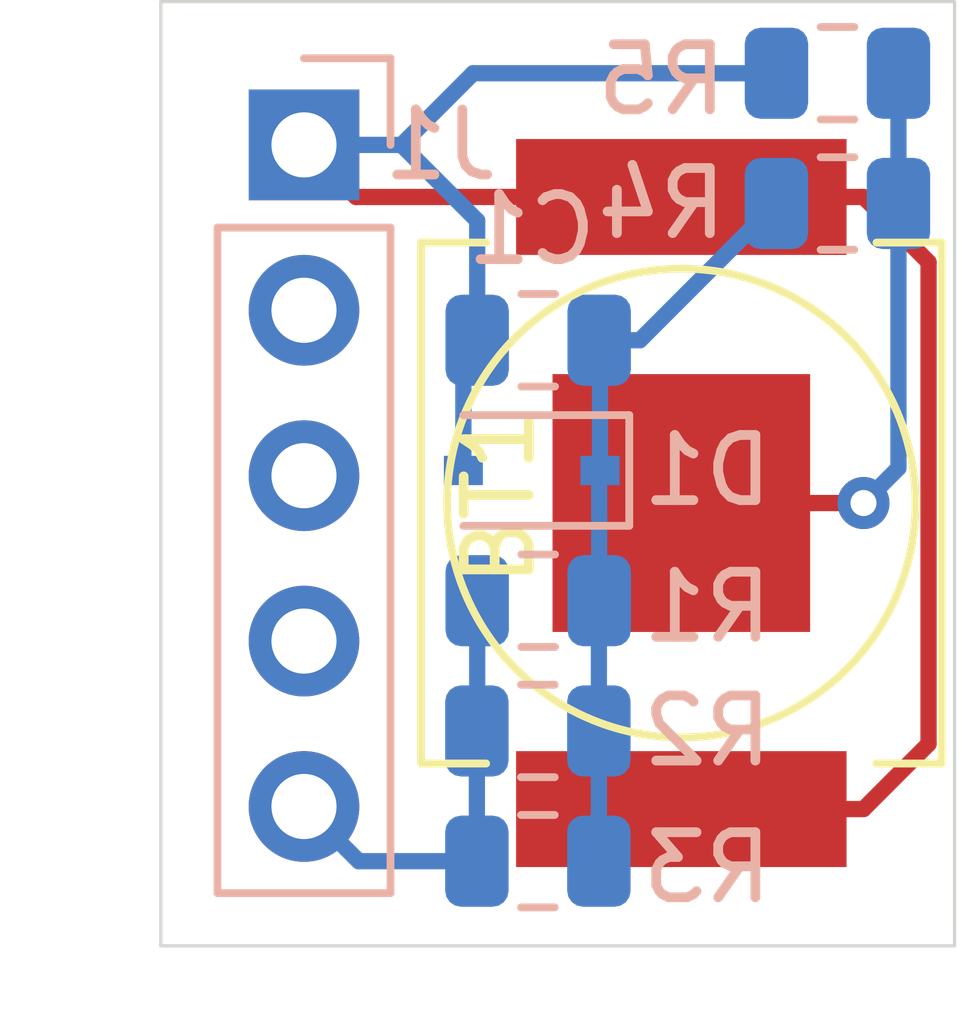
<source format=kicad_pcb>
(kicad_pcb (version 20171130) (host pcbnew "(5.1.2)-1")

  (general
    (thickness 1.6)
    (drawings 4)
    (tracks 33)
    (zones 0)
    (modules 9)
    (nets 8)
  )

  (page A4)
  (layers
    (0 F.Cu signal hide)
    (31 B.Cu signal)
    (32 B.Adhes user)
    (33 F.Adhes user hide)
    (34 B.Paste user)
    (35 F.Paste user hide)
    (36 B.SilkS user)
    (37 F.SilkS user hide)
    (38 B.Mask user)
    (39 F.Mask user hide)
    (40 Dwgs.User user)
    (41 Cmts.User user)
    (42 Eco1.User user)
    (43 Eco2.User user)
    (44 Edge.Cuts user)
    (45 Margin user)
    (46 B.CrtYd user)
    (47 F.CrtYd user hide)
    (48 B.Fab user)
    (49 F.Fab user hide)
  )

  (setup
    (last_trace_width 0.25)
    (trace_clearance 0.2)
    (zone_clearance 0.508)
    (zone_45_only no)
    (trace_min 0.2)
    (via_size 0.8)
    (via_drill 0.4)
    (via_min_size 0.4)
    (via_min_drill 0.3)
    (uvia_size 0.3)
    (uvia_drill 0.1)
    (uvias_allowed no)
    (uvia_min_size 0.2)
    (uvia_min_drill 0.1)
    (edge_width 0.05)
    (segment_width 0.2)
    (pcb_text_width 0.3)
    (pcb_text_size 1.5 1.5)
    (mod_edge_width 0.12)
    (mod_text_size 1 1)
    (mod_text_width 0.15)
    (pad_size 1.524 1.524)
    (pad_drill 0.762)
    (pad_to_mask_clearance 0.051)
    (solder_mask_min_width 0.25)
    (aux_axis_origin 0 0)
    (visible_elements FFFFFF7F)
    (pcbplotparams
      (layerselection 0x010fc_ffffffff)
      (usegerberextensions false)
      (usegerberattributes false)
      (usegerberadvancedattributes false)
      (creategerberjobfile false)
      (excludeedgelayer true)
      (linewidth 0.100000)
      (plotframeref false)
      (viasonmask false)
      (mode 1)
      (useauxorigin false)
      (hpglpennumber 1)
      (hpglpenspeed 20)
      (hpglpendiameter 15.000000)
      (psnegative false)
      (psa4output false)
      (plotreference true)
      (plotvalue true)
      (plotinvisibletext false)
      (padsonsilk false)
      (subtractmaskfromsilk false)
      (outputformat 1)
      (mirror false)
      (drillshape 1)
      (scaleselection 1)
      (outputdirectory ""))
  )

  (net 0 "")
  (net 1 /GND)
  (net 2 "Net-(BT1-Pad1)")
  (net 3 "Net-(C1-Pad1)")
  (net 4 /+4.9-5.4V)
  (net 5 "Net-(J1-Pad4)")
  (net 6 "Net-(J1-Pad3)")
  (net 7 "Net-(J1-Pad2)")

  (net_class Default "This is the default net class."
    (clearance 0.2)
    (trace_width 0.25)
    (via_dia 0.8)
    (via_drill 0.4)
    (uvia_dia 0.3)
    (uvia_drill 0.1)
    (add_net /+4.9-5.4V)
    (add_net /GND)
    (add_net "Net-(BT1-Pad1)")
    (add_net "Net-(C1-Pad1)")
    (add_net "Net-(J1-Pad2)")
    (add_net "Net-(J1-Pad3)")
    (add_net "Net-(J1-Pad4)")
  )

  (module Battery:BatteryHolder_Keystone_2998_621_6.8x2.2mm (layer F.Cu) (tedit 5D70560B) (tstamp 5D7B3B83)
    (at 129.5 95.2 270)
    (path /5D7A7B57)
    (fp_text reference BT1 (at -0.1 2.8 90) (layer F.SilkS)
      (effects (font (size 1 1) (thickness 0.15)))
    )
    (fp_text value ML621 (at 0.1 6.4 90) (layer F.Fab)
      (effects (font (size 1 1) (thickness 0.15)))
    )
    (fp_line (start 4 4) (end 4 3) (layer F.SilkS) (width 0.12))
    (fp_line (start -4 4) (end -4 3) (layer F.SilkS) (width 0.12))
    (fp_line (start 4 -4) (end 4 -3) (layer F.SilkS) (width 0.12))
    (fp_line (start -4 -4) (end -4 -3) (layer F.SilkS) (width 0.12))
    (fp_line (start 0 -4.7) (end -1 -6) (layer F.SilkS) (width 0.12))
    (fp_line (start 0 -8.4) (end 0 -4.7) (layer F.SilkS) (width 0.12))
    (fp_line (start 4 4) (end -4 4) (layer F.SilkS) (width 0.12))
    (fp_line (start -4 -4) (end 4 -4) (layer F.SilkS) (width 0.12))
    (fp_circle (center 0 0) (end 3.6 0) (layer F.SilkS) (width 0.12))
    (pad 2 smd rect (at 4.7 0 270) (size 1.78 5.08) (layers F.Cu F.Paste F.Mask)
      (net 1 /GND))
    (pad 2 smd rect (at -4.7 0 270) (size 1.78 5.08) (layers F.Cu F.Paste F.Mask)
      (net 1 /GND))
    (pad 1 smd rect (at 0 0 270) (size 3.96 3.96) (layers F.Cu F.Paste F.Mask)
      (net 2 "Net-(BT1-Pad1)"))
  )

  (module Resistor_SMD:R_0805_2012Metric (layer B.Cu) (tedit 5B36C52B) (tstamp 5D7B3C1A)
    (at 131.9 88.6 180)
    (descr "Resistor SMD 0805 (2012 Metric), square (rectangular) end terminal, IPC_7351 nominal, (Body size source: https://docs.google.com/spreadsheets/d/1BsfQQcO9C6DZCsRaXUlFlo91Tg2WpOkGARC1WS5S8t0/edit?usp=sharing), generated with kicad-footprint-generator")
    (tags resistor)
    (path /5D7BA148)
    (attr smd)
    (fp_text reference R5 (at 2.7 -0.1 180) (layer B.SilkS)
      (effects (font (size 1 1) (thickness 0.15)) (justify mirror))
    )
    (fp_text value 470R (at 0 -1.65 180) (layer B.Fab)
      (effects (font (size 1 1) (thickness 0.15)) (justify mirror))
    )
    (fp_text user %R (at 0 0 180) (layer B.Fab)
      (effects (font (size 0.5 0.5) (thickness 0.08)) (justify mirror))
    )
    (fp_line (start 1.68 -0.95) (end -1.68 -0.95) (layer B.CrtYd) (width 0.05))
    (fp_line (start 1.68 0.95) (end 1.68 -0.95) (layer B.CrtYd) (width 0.05))
    (fp_line (start -1.68 0.95) (end 1.68 0.95) (layer B.CrtYd) (width 0.05))
    (fp_line (start -1.68 -0.95) (end -1.68 0.95) (layer B.CrtYd) (width 0.05))
    (fp_line (start -0.258578 -0.71) (end 0.258578 -0.71) (layer B.SilkS) (width 0.12))
    (fp_line (start -0.258578 0.71) (end 0.258578 0.71) (layer B.SilkS) (width 0.12))
    (fp_line (start 1 -0.6) (end -1 -0.6) (layer B.Fab) (width 0.1))
    (fp_line (start 1 0.6) (end 1 -0.6) (layer B.Fab) (width 0.1))
    (fp_line (start -1 0.6) (end 1 0.6) (layer B.Fab) (width 0.1))
    (fp_line (start -1 -0.6) (end -1 0.6) (layer B.Fab) (width 0.1))
    (pad 2 smd roundrect (at 0.9375 0 180) (size 0.975 1.4) (layers B.Cu B.Paste B.Mask) (roundrect_rratio 0.25)
      (net 1 /GND))
    (pad 1 smd roundrect (at -0.9375 0 180) (size 0.975 1.4) (layers B.Cu B.Paste B.Mask) (roundrect_rratio 0.25)
      (net 2 "Net-(BT1-Pad1)"))
    (model ${KISYS3DMOD}/Resistor_SMD.3dshapes/R_0805_2012Metric.wrl
      (at (xyz 0 0 0))
      (scale (xyz 1 1 1))
      (rotate (xyz 0 0 0))
    )
  )

  (module Resistor_SMD:R_0805_2012Metric (layer B.Cu) (tedit 5B36C52B) (tstamp 5D7B3C09)
    (at 131.9 90.6)
    (descr "Resistor SMD 0805 (2012 Metric), square (rectangular) end terminal, IPC_7351 nominal, (Body size source: https://docs.google.com/spreadsheets/d/1BsfQQcO9C6DZCsRaXUlFlo91Tg2WpOkGARC1WS5S8t0/edit?usp=sharing), generated with kicad-footprint-generator")
    (tags resistor)
    (path /5D7B9466)
    (attr smd)
    (fp_text reference R4 (at -2.7 0 180) (layer B.SilkS)
      (effects (font (size 1 1) (thickness 0.15)) (justify mirror))
    )
    (fp_text value 200R (at 0 -1.65 180) (layer B.Fab)
      (effects (font (size 1 1) (thickness 0.15)) (justify mirror))
    )
    (fp_text user %R (at 0 0 180) (layer B.Fab)
      (effects (font (size 0.5 0.5) (thickness 0.08)) (justify mirror))
    )
    (fp_line (start 1.68 -0.95) (end -1.68 -0.95) (layer B.CrtYd) (width 0.05))
    (fp_line (start 1.68 0.95) (end 1.68 -0.95) (layer B.CrtYd) (width 0.05))
    (fp_line (start -1.68 0.95) (end 1.68 0.95) (layer B.CrtYd) (width 0.05))
    (fp_line (start -1.68 -0.95) (end -1.68 0.95) (layer B.CrtYd) (width 0.05))
    (fp_line (start -0.258578 -0.71) (end 0.258578 -0.71) (layer B.SilkS) (width 0.12))
    (fp_line (start -0.258578 0.71) (end 0.258578 0.71) (layer B.SilkS) (width 0.12))
    (fp_line (start 1 -0.6) (end -1 -0.6) (layer B.Fab) (width 0.1))
    (fp_line (start 1 0.6) (end 1 -0.6) (layer B.Fab) (width 0.1))
    (fp_line (start -1 0.6) (end 1 0.6) (layer B.Fab) (width 0.1))
    (fp_line (start -1 -0.6) (end -1 0.6) (layer B.Fab) (width 0.1))
    (pad 2 smd roundrect (at 0.9375 0) (size 0.975 1.4) (layers B.Cu B.Paste B.Mask) (roundrect_rratio 0.25)
      (net 2 "Net-(BT1-Pad1)"))
    (pad 1 smd roundrect (at -0.9375 0) (size 0.975 1.4) (layers B.Cu B.Paste B.Mask) (roundrect_rratio 0.25)
      (net 3 "Net-(C1-Pad1)"))
    (model ${KISYS3DMOD}/Resistor_SMD.3dshapes/R_0805_2012Metric.wrl
      (at (xyz 0 0 0))
      (scale (xyz 1 1 1))
      (rotate (xyz 0 0 0))
    )
  )

  (module Resistor_SMD:R_0805_2012Metric (layer B.Cu) (tedit 5B36C52B) (tstamp 5D7B3BF8)
    (at 127.294999 100.7 180)
    (descr "Resistor SMD 0805 (2012 Metric), square (rectangular) end terminal, IPC_7351 nominal, (Body size source: https://docs.google.com/spreadsheets/d/1BsfQQcO9C6DZCsRaXUlFlo91Tg2WpOkGARC1WS5S8t0/edit?usp=sharing), generated with kicad-footprint-generator")
    (tags resistor)
    (path /5D7BE680)
    (attr smd)
    (fp_text reference R3 (at -2.605001 -0.1) (layer B.SilkS)
      (effects (font (size 1 1) (thickness 0.15)) (justify mirror))
    )
    (fp_text value 62R (at 0 -1.65) (layer B.Fab)
      (effects (font (size 1 1) (thickness 0.15)) (justify mirror))
    )
    (fp_text user %R (at 0 0) (layer B.Fab)
      (effects (font (size 0.5 0.5) (thickness 0.08)) (justify mirror))
    )
    (fp_line (start 1.68 -0.95) (end -1.68 -0.95) (layer B.CrtYd) (width 0.05))
    (fp_line (start 1.68 0.95) (end 1.68 -0.95) (layer B.CrtYd) (width 0.05))
    (fp_line (start -1.68 0.95) (end 1.68 0.95) (layer B.CrtYd) (width 0.05))
    (fp_line (start -1.68 -0.95) (end -1.68 0.95) (layer B.CrtYd) (width 0.05))
    (fp_line (start -0.258578 -0.71) (end 0.258578 -0.71) (layer B.SilkS) (width 0.12))
    (fp_line (start -0.258578 0.71) (end 0.258578 0.71) (layer B.SilkS) (width 0.12))
    (fp_line (start 1 -0.6) (end -1 -0.6) (layer B.Fab) (width 0.1))
    (fp_line (start 1 0.6) (end 1 -0.6) (layer B.Fab) (width 0.1))
    (fp_line (start -1 0.6) (end 1 0.6) (layer B.Fab) (width 0.1))
    (fp_line (start -1 -0.6) (end -1 0.6) (layer B.Fab) (width 0.1))
    (pad 2 smd roundrect (at 0.9375 0 180) (size 0.975 1.4) (layers B.Cu B.Paste B.Mask) (roundrect_rratio 0.25)
      (net 4 /+4.9-5.4V))
    (pad 1 smd roundrect (at -0.9375 0 180) (size 0.975 1.4) (layers B.Cu B.Paste B.Mask) (roundrect_rratio 0.25)
      (net 3 "Net-(C1-Pad1)"))
    (model ${KISYS3DMOD}/Resistor_SMD.3dshapes/R_0805_2012Metric.wrl
      (at (xyz 0 0 0))
      (scale (xyz 1 1 1))
      (rotate (xyz 0 0 0))
    )
  )

  (module Resistor_SMD:R_0805_2012Metric (layer B.Cu) (tedit 5B36C52B) (tstamp 5D7B3BE7)
    (at 127.294999 98.7 180)
    (descr "Resistor SMD 0805 (2012 Metric), square (rectangular) end terminal, IPC_7351 nominal, (Body size source: https://docs.google.com/spreadsheets/d/1BsfQQcO9C6DZCsRaXUlFlo91Tg2WpOkGARC1WS5S8t0/edit?usp=sharing), generated with kicad-footprint-generator")
    (tags resistor)
    (path /5D7BE3B3)
    (attr smd)
    (fp_text reference R2 (at -2.605001 0) (layer B.SilkS)
      (effects (font (size 1 1) (thickness 0.15)) (justify mirror))
    )
    (fp_text value 62R (at 0 -1.65) (layer B.Fab)
      (effects (font (size 1 1) (thickness 0.15)) (justify mirror))
    )
    (fp_text user %R (at 0 0) (layer B.Fab)
      (effects (font (size 0.5 0.5) (thickness 0.08)) (justify mirror))
    )
    (fp_line (start 1.68 -0.95) (end -1.68 -0.95) (layer B.CrtYd) (width 0.05))
    (fp_line (start 1.68 0.95) (end 1.68 -0.95) (layer B.CrtYd) (width 0.05))
    (fp_line (start -1.68 0.95) (end 1.68 0.95) (layer B.CrtYd) (width 0.05))
    (fp_line (start -1.68 -0.95) (end -1.68 0.95) (layer B.CrtYd) (width 0.05))
    (fp_line (start -0.258578 -0.71) (end 0.258578 -0.71) (layer B.SilkS) (width 0.12))
    (fp_line (start -0.258578 0.71) (end 0.258578 0.71) (layer B.SilkS) (width 0.12))
    (fp_line (start 1 -0.6) (end -1 -0.6) (layer B.Fab) (width 0.1))
    (fp_line (start 1 0.6) (end 1 -0.6) (layer B.Fab) (width 0.1))
    (fp_line (start -1 0.6) (end 1 0.6) (layer B.Fab) (width 0.1))
    (fp_line (start -1 -0.6) (end -1 0.6) (layer B.Fab) (width 0.1))
    (pad 2 smd roundrect (at 0.9375 0 180) (size 0.975 1.4) (layers B.Cu B.Paste B.Mask) (roundrect_rratio 0.25)
      (net 4 /+4.9-5.4V))
    (pad 1 smd roundrect (at -0.9375 0 180) (size 0.975 1.4) (layers B.Cu B.Paste B.Mask) (roundrect_rratio 0.25)
      (net 3 "Net-(C1-Pad1)"))
    (model ${KISYS3DMOD}/Resistor_SMD.3dshapes/R_0805_2012Metric.wrl
      (at (xyz 0 0 0))
      (scale (xyz 1 1 1))
      (rotate (xyz 0 0 0))
    )
  )

  (module Resistor_SMD:R_0805_2012Metric (layer B.Cu) (tedit 5B36C52B) (tstamp 5D7B3BD6)
    (at 127.3 96.7 180)
    (descr "Resistor SMD 0805 (2012 Metric), square (rectangular) end terminal, IPC_7351 nominal, (Body size source: https://docs.google.com/spreadsheets/d/1BsfQQcO9C6DZCsRaXUlFlo91Tg2WpOkGARC1WS5S8t0/edit?usp=sharing), generated with kicad-footprint-generator")
    (tags resistor)
    (path /5D7BD98C)
    (attr smd)
    (fp_text reference R1 (at -2.6 -0.1) (layer B.SilkS)
      (effects (font (size 1 1) (thickness 0.15)) (justify mirror))
    )
    (fp_text value 62R (at 0 -1.65) (layer B.Fab)
      (effects (font (size 1 1) (thickness 0.15)) (justify mirror))
    )
    (fp_text user %R (at 0 0) (layer B.Fab)
      (effects (font (size 0.5 0.5) (thickness 0.08)) (justify mirror))
    )
    (fp_line (start 1.68 -0.95) (end -1.68 -0.95) (layer B.CrtYd) (width 0.05))
    (fp_line (start 1.68 0.95) (end 1.68 -0.95) (layer B.CrtYd) (width 0.05))
    (fp_line (start -1.68 0.95) (end 1.68 0.95) (layer B.CrtYd) (width 0.05))
    (fp_line (start -1.68 -0.95) (end -1.68 0.95) (layer B.CrtYd) (width 0.05))
    (fp_line (start -0.258578 -0.71) (end 0.258578 -0.71) (layer B.SilkS) (width 0.12))
    (fp_line (start -0.258578 0.71) (end 0.258578 0.71) (layer B.SilkS) (width 0.12))
    (fp_line (start 1 -0.6) (end -1 -0.6) (layer B.Fab) (width 0.1))
    (fp_line (start 1 0.6) (end 1 -0.6) (layer B.Fab) (width 0.1))
    (fp_line (start -1 0.6) (end 1 0.6) (layer B.Fab) (width 0.1))
    (fp_line (start -1 -0.6) (end -1 0.6) (layer B.Fab) (width 0.1))
    (pad 2 smd roundrect (at 0.9375 0 180) (size 0.975 1.4) (layers B.Cu B.Paste B.Mask) (roundrect_rratio 0.25)
      (net 4 /+4.9-5.4V))
    (pad 1 smd roundrect (at -0.9375 0 180) (size 0.975 1.4) (layers B.Cu B.Paste B.Mask) (roundrect_rratio 0.25)
      (net 3 "Net-(C1-Pad1)"))
    (model ${KISYS3DMOD}/Resistor_SMD.3dshapes/R_0805_2012Metric.wrl
      (at (xyz 0 0 0))
      (scale (xyz 1 1 1))
      (rotate (xyz 0 0 0))
    )
  )

  (module Connector_PinHeader_2.54mm:PinHeader_1x05_P2.54mm_Vertical (layer B.Cu) (tedit 59FED5CC) (tstamp 5D7B3BC5)
    (at 123.7 89.7 180)
    (descr "Through hole straight pin header, 1x05, 2.54mm pitch, single row")
    (tags "Through hole pin header THT 1x05 2.54mm single row")
    (path /5D7C896E)
    (fp_text reference J1 (at -2.1 0) (layer B.SilkS)
      (effects (font (size 1 1) (thickness 0.15)) (justify mirror))
    )
    (fp_text value Conn_01x05 (at 0 -12.49) (layer B.Fab)
      (effects (font (size 1 1) (thickness 0.15)) (justify mirror))
    )
    (fp_line (start -0.635 1.27) (end 1.27 1.27) (layer B.Fab) (width 0.1))
    (fp_line (start 1.27 1.27) (end 1.27 -11.43) (layer B.Fab) (width 0.1))
    (fp_line (start 1.27 -11.43) (end -1.27 -11.43) (layer B.Fab) (width 0.1))
    (fp_line (start -1.27 -11.43) (end -1.27 0.635) (layer B.Fab) (width 0.1))
    (fp_line (start -1.27 0.635) (end -0.635 1.27) (layer B.Fab) (width 0.1))
    (fp_line (start -1.33 -11.49) (end 1.33 -11.49) (layer B.SilkS) (width 0.12))
    (fp_line (start -1.33 -1.27) (end -1.33 -11.49) (layer B.SilkS) (width 0.12))
    (fp_line (start 1.33 -1.27) (end 1.33 -11.49) (layer B.SilkS) (width 0.12))
    (fp_line (start -1.33 -1.27) (end 1.33 -1.27) (layer B.SilkS) (width 0.12))
    (fp_line (start -1.33 0) (end -1.33 1.33) (layer B.SilkS) (width 0.12))
    (fp_line (start -1.33 1.33) (end 0 1.33) (layer B.SilkS) (width 0.12))
    (fp_line (start -1.8 1.8) (end -1.8 -11.95) (layer B.CrtYd) (width 0.05))
    (fp_line (start -1.8 -11.95) (end 1.8 -11.95) (layer B.CrtYd) (width 0.05))
    (fp_line (start 1.8 -11.95) (end 1.8 1.8) (layer B.CrtYd) (width 0.05))
    (fp_line (start 1.8 1.8) (end -1.8 1.8) (layer B.CrtYd) (width 0.05))
    (fp_text user %R (at 0 -5.08 270) (layer B.Fab)
      (effects (font (size 1 1) (thickness 0.15)) (justify mirror))
    )
    (pad 1 thru_hole rect (at 0 0 180) (size 1.7 1.7) (drill 1) (layers *.Cu *.Mask)
      (net 1 /GND))
    (pad 2 thru_hole oval (at 0 -2.54 180) (size 1.7 1.7) (drill 1) (layers *.Cu *.Mask)
      (net 7 "Net-(J1-Pad2)"))
    (pad 3 thru_hole oval (at 0 -5.08 180) (size 1.7 1.7) (drill 1) (layers *.Cu *.Mask)
      (net 6 "Net-(J1-Pad3)"))
    (pad 4 thru_hole oval (at 0 -7.62 180) (size 1.7 1.7) (drill 1) (layers *.Cu *.Mask)
      (net 5 "Net-(J1-Pad4)"))
    (pad 5 thru_hole oval (at 0 -10.16 180) (size 1.7 1.7) (drill 1) (layers *.Cu *.Mask)
      (net 4 /+4.9-5.4V))
    (model ${KISYS3DMOD}/Connector_PinHeader_2.54mm.3dshapes/PinHeader_1x05_P2.54mm_Vertical.wrl
      (at (xyz 0 0 0))
      (scale (xyz 1 1 1))
      (rotate (xyz 0 0 0))
    )
  )

  (module Diode_SMD:D_SOD-323 (layer B.Cu) (tedit 58641739) (tstamp 5D7B3BAC)
    (at 127.2 94.7 180)
    (descr SOD-323)
    (tags SOD-323)
    (path /5D7ADD95)
    (attr smd)
    (fp_text reference D1 (at -2.7 0) (layer B.SilkS)
      (effects (font (size 1 1) (thickness 0.15)) (justify mirror))
    )
    (fp_text value 4.7VRZ (at 0.1 -1.9) (layer B.Fab)
      (effects (font (size 1 1) (thickness 0.15)) (justify mirror))
    )
    (fp_line (start -1.5 0.85) (end 1.05 0.85) (layer B.SilkS) (width 0.12))
    (fp_line (start -1.5 -0.85) (end 1.05 -0.85) (layer B.SilkS) (width 0.12))
    (fp_line (start -1.6 0.95) (end -1.6 -0.95) (layer B.CrtYd) (width 0.05))
    (fp_line (start -1.6 -0.95) (end 1.6 -0.95) (layer B.CrtYd) (width 0.05))
    (fp_line (start 1.6 0.95) (end 1.6 -0.95) (layer B.CrtYd) (width 0.05))
    (fp_line (start -1.6 0.95) (end 1.6 0.95) (layer B.CrtYd) (width 0.05))
    (fp_line (start -0.9 0.7) (end 0.9 0.7) (layer B.Fab) (width 0.1))
    (fp_line (start 0.9 0.7) (end 0.9 -0.7) (layer B.Fab) (width 0.1))
    (fp_line (start 0.9 -0.7) (end -0.9 -0.7) (layer B.Fab) (width 0.1))
    (fp_line (start -0.9 -0.7) (end -0.9 0.7) (layer B.Fab) (width 0.1))
    (fp_line (start -0.3 0.35) (end -0.3 -0.35) (layer B.Fab) (width 0.1))
    (fp_line (start -0.3 0) (end -0.5 0) (layer B.Fab) (width 0.1))
    (fp_line (start -0.3 0) (end 0.2 0.35) (layer B.Fab) (width 0.1))
    (fp_line (start 0.2 0.35) (end 0.2 -0.35) (layer B.Fab) (width 0.1))
    (fp_line (start 0.2 -0.35) (end -0.3 0) (layer B.Fab) (width 0.1))
    (fp_line (start 0.2 0) (end 0.45 0) (layer B.Fab) (width 0.1))
    (fp_line (start -1.5 0.85) (end -1.5 -0.85) (layer B.SilkS) (width 0.12))
    (fp_text user %R (at 0 1.85) (layer B.Fab)
      (effects (font (size 1 1) (thickness 0.15)) (justify mirror))
    )
    (pad 2 smd rect (at 1.05 0 180) (size 0.6 0.45) (layers B.Cu B.Paste B.Mask)
      (net 1 /GND))
    (pad 1 smd rect (at -1.05 0 180) (size 0.6 0.45) (layers B.Cu B.Paste B.Mask)
      (net 3 "Net-(C1-Pad1)"))
    (model ${KISYS3DMOD}/Diode_SMD.3dshapes/D_SOD-323.wrl
      (at (xyz 0 0 0))
      (scale (xyz 1 1 1))
      (rotate (xyz 0 0 0))
    )
  )

  (module Capacitor_SMD:C_0805_2012Metric (layer B.Cu) (tedit 5B36C52B) (tstamp 5D7B3B94)
    (at 127.3 92.7 180)
    (descr "Capacitor SMD 0805 (2012 Metric), square (rectangular) end terminal, IPC_7351 nominal, (Body size source: https://docs.google.com/spreadsheets/d/1BsfQQcO9C6DZCsRaXUlFlo91Tg2WpOkGARC1WS5S8t0/edit?usp=sharing), generated with kicad-footprint-generator")
    (tags capacitor)
    (path /5D7AF425)
    (attr smd)
    (fp_text reference C1 (at 0.1 1.7) (layer B.SilkS)
      (effects (font (size 1 1) (thickness 0.15)) (justify mirror))
    )
    (fp_text value 4.7uF (at 0 -1.65) (layer B.Fab)
      (effects (font (size 1 1) (thickness 0.15)) (justify mirror))
    )
    (fp_text user %R (at 0 0) (layer B.Fab)
      (effects (font (size 0.5 0.5) (thickness 0.08)) (justify mirror))
    )
    (fp_line (start 1.68 -0.95) (end -1.68 -0.95) (layer B.CrtYd) (width 0.05))
    (fp_line (start 1.68 0.95) (end 1.68 -0.95) (layer B.CrtYd) (width 0.05))
    (fp_line (start -1.68 0.95) (end 1.68 0.95) (layer B.CrtYd) (width 0.05))
    (fp_line (start -1.68 -0.95) (end -1.68 0.95) (layer B.CrtYd) (width 0.05))
    (fp_line (start -0.258578 -0.71) (end 0.258578 -0.71) (layer B.SilkS) (width 0.12))
    (fp_line (start -0.258578 0.71) (end 0.258578 0.71) (layer B.SilkS) (width 0.12))
    (fp_line (start 1 -0.6) (end -1 -0.6) (layer B.Fab) (width 0.1))
    (fp_line (start 1 0.6) (end 1 -0.6) (layer B.Fab) (width 0.1))
    (fp_line (start -1 0.6) (end 1 0.6) (layer B.Fab) (width 0.1))
    (fp_line (start -1 -0.6) (end -1 0.6) (layer B.Fab) (width 0.1))
    (pad 2 smd roundrect (at 0.9375 0 180) (size 0.975 1.4) (layers B.Cu B.Paste B.Mask) (roundrect_rratio 0.25)
      (net 1 /GND))
    (pad 1 smd roundrect (at -0.9375 0 180) (size 0.975 1.4) (layers B.Cu B.Paste B.Mask) (roundrect_rratio 0.25)
      (net 3 "Net-(C1-Pad1)"))
    (model ${KISYS3DMOD}/Capacitor_SMD.3dshapes/C_0805_2012Metric.wrl
      (at (xyz 0 0 0))
      (scale (xyz 1 1 1))
      (rotate (xyz 0 0 0))
    )
  )

  (gr_line (start 133.7 87.5) (end 121.5 87.5) (layer Edge.Cuts) (width 0.05) (tstamp 5D7B41FB))
  (gr_line (start 133.7 102) (end 133.7 87.5) (layer Edge.Cuts) (width 0.05))
  (gr_line (start 121.5 102) (end 133.7 102) (layer Edge.Cuts) (width 0.05))
  (gr_line (start 121.5 87.5) (end 121.5 102) (layer Edge.Cuts) (width 0.05))

  (segment (start 126.15 92.9125) (end 126.3625 92.7) (width 0.25) (layer B.Cu) (net 1))
  (segment (start 126.15 94.7) (end 126.15 92.9125) (width 0.25) (layer B.Cu) (net 1))
  (segment (start 124.5 90.5) (end 123.7 89.7) (width 0.25) (layer F.Cu) (net 1))
  (segment (start 129.5 90.5) (end 124.5 90.5) (width 0.25) (layer F.Cu) (net 1))
  (segment (start 129.5 99.9) (end 132.3 99.9) (width 0.25) (layer F.Cu) (net 1))
  (segment (start 132.3 99.9) (end 133.3 98.9) (width 0.25) (layer F.Cu) (net 1))
  (segment (start 133.3 98.9) (end 133.3 91.5) (width 0.25) (layer F.Cu) (net 1))
  (segment (start 132.3 90.5) (end 129.5 90.5) (width 0.25) (layer F.Cu) (net 1))
  (segment (start 133.3 91.5) (end 132.3 90.5) (width 0.25) (layer F.Cu) (net 1))
  (segment (start 126.3625 92.7) (end 126.3625 90.8625) (width 0.25) (layer B.Cu) (net 1))
  (segment (start 125.2 89.7) (end 123.7 89.7) (width 0.25) (layer B.Cu) (net 1))
  (segment (start 126.3625 90.8625) (end 125.2 89.7) (width 0.25) (layer B.Cu) (net 1))
  (segment (start 126.3 88.6) (end 125.2 89.7) (width 0.25) (layer B.Cu) (net 1))
  (segment (start 130.9625 88.6) (end 126.3 88.6) (width 0.25) (layer B.Cu) (net 1))
  (via (at 132.3 95.2) (size 0.8) (drill 0.4) (layers F.Cu B.Cu) (net 2))
  (segment (start 129.5 95.2) (end 132.3 95.2) (width 0.25) (layer F.Cu) (net 2))
  (segment (start 132.8375 94.6625) (end 132.3 95.2) (width 0.25) (layer B.Cu) (net 2))
  (segment (start 132.8375 90.6) (end 132.8375 94.6625) (width 0.25) (layer B.Cu) (net 2))
  (segment (start 132.8375 90.6) (end 132.8375 88.6) (width 0.25) (layer B.Cu) (net 2))
  (segment (start 128.25 92.7125) (end 128.2375 92.7) (width 0.25) (layer B.Cu) (net 3))
  (segment (start 128.25 94.7) (end 128.25 92.7125) (width 0.25) (layer B.Cu) (net 3))
  (segment (start 128.2375 94.7125) (end 128.25 94.7) (width 0.25) (layer B.Cu) (net 3))
  (segment (start 128.2375 96.7) (end 128.2375 94.7125) (width 0.25) (layer B.Cu) (net 3))
  (segment (start 128.232499 100.7) (end 128.232499 98.7) (width 0.25) (layer B.Cu) (net 3))
  (segment (start 128.232499 96.705001) (end 128.2375 96.7) (width 0.25) (layer B.Cu) (net 3))
  (segment (start 128.232499 98.7) (end 128.232499 96.705001) (width 0.25) (layer B.Cu) (net 3))
  (segment (start 128.8625 92.7) (end 130.9625 90.6) (width 0.25) (layer B.Cu) (net 3))
  (segment (start 128.2375 92.7) (end 128.8625 92.7) (width 0.25) (layer B.Cu) (net 3))
  (segment (start 124.54 100.7) (end 123.7 99.86) (width 0.25) (layer B.Cu) (net 4))
  (segment (start 126.357499 100.7) (end 124.54 100.7) (width 0.25) (layer B.Cu) (net 4))
  (segment (start 126.357499 98.7) (end 126.357499 100.7) (width 0.25) (layer B.Cu) (net 4))
  (segment (start 126.3625 98.694999) (end 126.357499 98.7) (width 0.25) (layer B.Cu) (net 4))
  (segment (start 126.3625 96.7) (end 126.3625 98.694999) (width 0.25) (layer B.Cu) (net 4))

)

</source>
